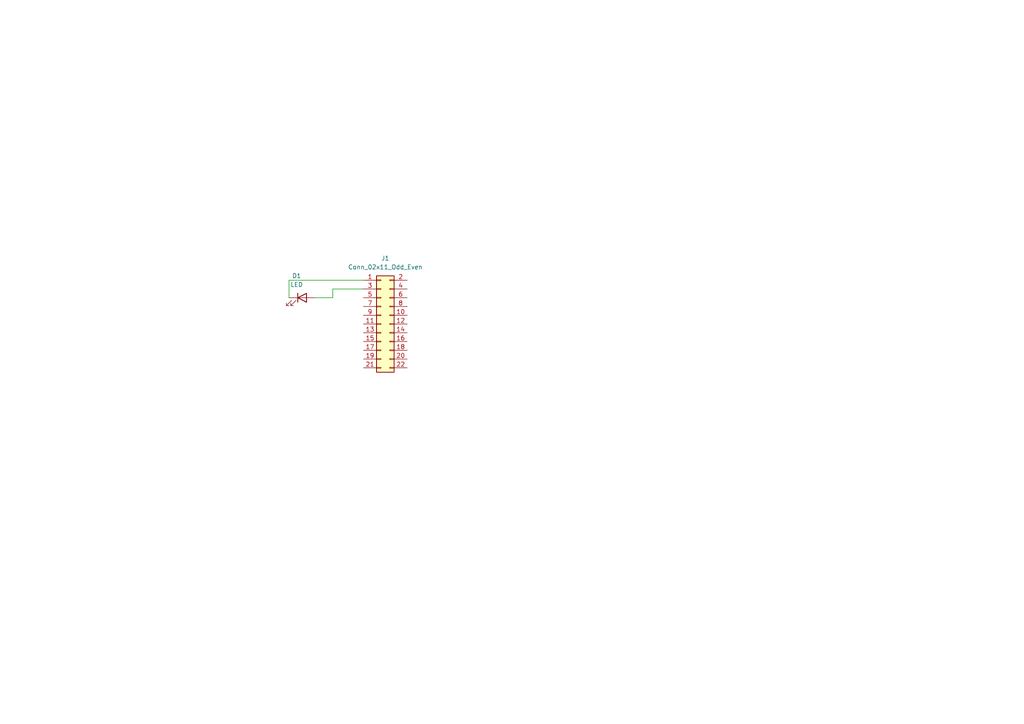
<source format=kicad_sch>
(kicad_sch (version 20250114) (generator "eeschema") (generator_version "9.0")
  (paper "A4")
  (lib_symbols
    (symbol "Connector_Generic:Conn_02x11_Odd_Even" (pin_names (offset 1.016) (hide yes))
      (property "Reference" "J" (at 1.27 15.24 0))
      (property "Value" "Conn_02x11_Odd_Even" (at 1.27 -15.24 0))
      (symbol "Conn_02x11_Odd_Even_1_1"
        (rectangle (start -1.27 13.97) (end 3.81 -13.97) (stroke (width 0.254)) (fill (type background)))
        (rectangle (start -1.27 12.827) (end 0 12.573) (stroke (width 0.1524)))
        (rectangle (start -1.27 10.287) (end 0 10.033) (stroke (width 0.1524)))
        (rectangle (start -1.27 7.747) (end 0 7.493) (stroke (width 0.1524)))
        (rectangle (start -1.27 5.207) (end 0 4.953) (stroke (width 0.1524)))
        (rectangle (start -1.27 2.667) (end 0 2.413) (stroke (width 0.1524)))
        (rectangle (start -1.27 0.127) (end 0 -0.127) (stroke (width 0.1524)))
        (rectangle (start -1.27 -2.413) (end 0 -2.667) (stroke (width 0.1524)))
        (rectangle (start -1.27 -4.953) (end 0 -5.207) (stroke (width 0.1524)))
        (rectangle (start -1.27 -7.493) (end 0 -7.747) (stroke (width 0.1524)))
        (rectangle (start -1.27 -10.033) (end 0 -10.287) (stroke (width 0.1524)))
        (rectangle (start -1.27 -12.573) (end 0 -12.827) (stroke (width 0.1524)))
        (rectangle (start 3.81 12.827) (end 2.54 12.573) (stroke (width 0.1524)))
        (rectangle (start 3.81 10.287) (end 2.54 10.033) (stroke (width 0.1524)))
        (rectangle (start 3.81 7.747) (end 2.54 7.493) (stroke (width 0.1524)))
        (rectangle (start 3.81 5.207) (end 2.54 4.953) (stroke (width 0.1524)))
        (rectangle (start 3.81 2.667) (end 2.54 2.413) (stroke (width 0.1524)))
        (rectangle (start 3.81 0.127) (end 2.54 -0.127) (stroke (width 0.1524)))
        (rectangle (start 3.81 -2.413) (end 2.54 -2.667) (stroke (width 0.1524)))
        (rectangle (start 3.81 -4.953) (end 2.54 -5.207) (stroke (width 0.1524)))
        (rectangle (start 3.81 -7.493) (end 2.54 -7.747) (stroke (width 0.1524)))
        (rectangle (start 3.81 -10.033) (end 2.54 -10.287) (stroke (width 0.1524)))
        (rectangle (start 3.81 -12.573) (end 2.54 -12.827) (stroke (width 0.1524)))
        (pin passive line (at -5.08 12.7 0) (length 3.81) (name "Pin_1") (number "1"))
        (pin passive line (at -5.08 10.16 0) (length 3.81) (name "Pin_3") (number "3"))
        (pin passive line (at -5.08 7.62 0) (length 3.81) (name "Pin_5") (number "5"))
        (pin passive line (at -5.08 5.08 0) (length 3.81) (name "Pin_7") (number "7"))
        (pin passive line (at -5.08 2.54 0) (length 3.81) (name "Pin_9") (number "9"))
        (pin passive line (at -5.08 0 0) (length 3.81) (name "Pin_11") (number "11"))
        (pin passive line (at -5.08 -2.54 0) (length 3.81) (name "Pin_13") (number "13"))
        (pin passive line (at -5.08 -5.08 0) (length 3.81) (name "Pin_15") (number "15"))
        (pin passive line (at -5.08 -7.62 0) (length 3.81) (name "Pin_17") (number "17"))
        (pin passive line (at -5.08 -10.16 0) (length 3.81) (name "Pin_19") (number "19"))
        (pin passive line (at -5.08 -12.7 0) (length 3.81) (name "Pin_21") (number "21"))
        (pin passive line (at 7.62 12.7 180) (length 3.81) (name "Pin_2") (number "2"))
        (pin passive line (at 7.62 10.16 180) (length 3.81) (name "Pin_4") (number "4"))
        (pin passive line (at 7.62 7.62 180) (length 3.81) (name "Pin_6") (number "6"))
        (pin passive line (at 7.62 5.08 180) (length 3.81) (name "Pin_8") (number "8"))
        (pin passive line (at 7.62 2.54 180) (length 3.81) (name "Pin_10") (number "10"))
        (pin passive line (at 7.62 0 180) (length 3.81) (name "Pin_12") (number "12"))
        (pin passive line (at 7.62 -2.54 180) (length 3.81) (name "Pin_14") (number "14"))
        (pin passive line (at 7.62 -5.08 180) (length 3.81) (name "Pin_16") (number "16"))
        (pin passive line (at 7.62 -7.62 180) (length 3.81) (name "Pin_18") (number "18"))
        (pin passive line (at 7.62 -10.16 180) (length 3.81) (name "Pin_20") (number "20"))
        (pin passive line (at 7.62 -12.7 180) (length 3.81) (name "Pin_22") (number "22"))
      )
    )
    (symbol "Device:LED" (pin_numbers (hide yes)) (pin_names (offset 1.016) (hide yes))
      (property "Reference" "D" (at 0 2.54 0))
      (property "Value" "LED" (at 0 -2.54 0))
      (symbol "LED_0_1"
        (polyline (pts (xy -3.048 -0.762) (xy -4.572 -2.286) (xy -3.81 -2.286) (xy -4.572 -2.286) (xy -4.572 -1.524)))
        (polyline (pts (xy -1.778 -0.762) (xy -3.302 -2.286) (xy -2.54 -2.286) (xy -3.302 -2.286) (xy -3.302 -1.524)))
        (polyline (pts (xy -1.27 0) (xy 1.27 0)))
        (polyline (pts (xy -1.27 -1.27) (xy -1.27 1.27)) (stroke (width 0.254)))
        (polyline (pts (xy 1.27 -1.27) (xy 1.27 1.27) (xy -1.27 0) (xy 1.27 -1.27)) (stroke (width 0.254)))
      )
      (symbol "LED_1_1"
        (pin passive line (at -3.81 0 0) (length 2.54) (name "K") (number "1"))
        (pin passive line (at 3.81 0 180) (length 2.54) (name "A") (number "2"))
      )
    )
  )
  (wire (pts (xy 96.52 83.82) (xy 105.41 83.82)))
  (wire (pts (xy 83.82 81.28) (xy 105.41 81.28)))
  (wire (pts (xy 83.82 86.36) (xy 83.82 81.28)))
  (wire (pts (xy 96.52 86.36) (xy 96.52 83.82)))
  (wire (pts (xy 91.44 86.36) (xy 96.52 86.36)))
  (symbol (lib_id "Connector_Generic:Conn_02x11_Odd_Even") (at 110.49 93.98 0) (unit 1)
    (property "Reference" "J1" (at 111.76 74.93 0))
    (property "Value" "Conn_02x11_Odd_Even" (at 111.76 77.47 0))
    (property "Description" "Generic connector, double row, 02x11, odd/even pin numbering scheme (row 1 odd numbers, row 2 even numbers), script generated (kicad-library-utils/schlib/autogen/connector/)" (effects (hide yes)))
  )
  (symbol (lib_id "Device:LED") (at 87.63 86.36 0) (unit 1)
    (property "Reference" "D1" (at 86.0425 80.01 0))
    (property "Value" "LED" (at 86.0425 82.55 0))
    (property "Description" "Light emitting diode" (effects (hide yes)))
    (property "Sim.Pins" "1=K 2=A" (effects (hide yes)))
  )
)
</source>
